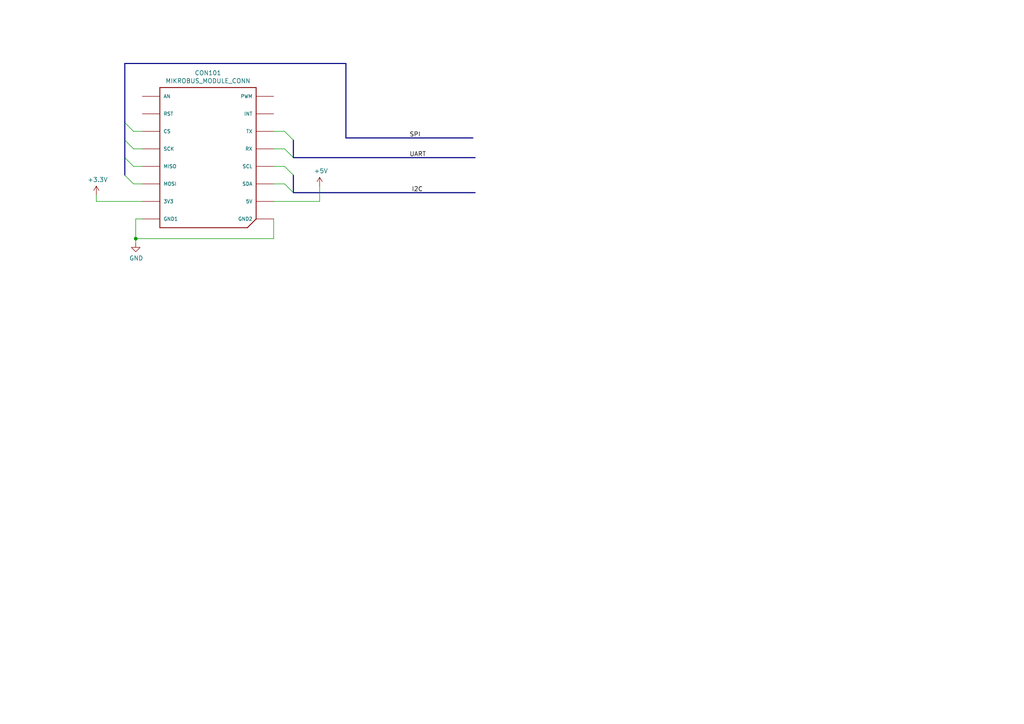
<source format=kicad_sch>
(kicad_sch (version 20250114) (generator "eeschema") (generator_version "9.0")
  (paper "A4")
  (lib_symbols
    (symbol "mikroBUS:MIKROBUS_MODULE_CONN" (pin_numbers (hide yes)) (pin_names (offset 1.016))
      (property "Reference" "CON" (at 10.16 38.1 0))
      (property "Value" "MIKROBUS_MODULE_CONN" (at 2.54 3.81 0))
      (symbol "MIKROBUS_MODULE_CONN_0_0"
        (polyline (pts (xy 0 40.64) (xy 27.94 40.64)) (stroke (width 0.254)))
        (polyline (pts (xy 0 0) (xy 0 40.64)) (stroke (width 0.254)))
        (polyline (pts (xy 25.4 0) (xy 0 0)) (stroke (width 0.254)))
        (polyline (pts (xy 27.94 40.64) (xy 27.94 2.54)) (stroke (width 0.254)))
        (polyline (pts (xy 27.94 2.54) (xy 25.4 0)) (stroke (width 0.254)))
        (pin bidirectional line (at -5.08 38.1 0) (length 5.08) (name "AN") (number "P1"))
        (pin bidirectional line (at -5.08 33.02 0) (length 5.08) (name "RST") (number "P2"))
        (pin bidirectional line (at -5.08 27.94 0) (length 5.08) (name "CS") (number "P3"))
        (pin bidirectional line (at -5.08 22.86 0) (length 5.08) (name "SCK") (number "P4"))
        (pin bidirectional line (at -5.08 17.78 0) (length 5.08) (name "MISO") (number "P5"))
        (pin bidirectional line (at -5.08 12.7 0) (length 5.08) (name "MOSI") (number "P6"))
        (pin power_in line (at -5.08 7.62 0) (length 5.08) (name "3V3") (number "P7"))
        (pin bidirectional line (at -5.08 2.54 0) (length 5.08) (name "GND1") (number "P8"))
        (pin bidirectional line (at 33.02 38.1 180) (length 5.08) (name "PWM") (number "P16"))
        (pin bidirectional line (at 33.02 33.02 180) (length 5.08) (name "INT") (number "P15"))
        (pin bidirectional line (at 33.02 27.94 180) (length 5.08) (name "TX") (number "P14"))
        (pin bidirectional line (at 33.02 22.86 180) (length 5.08) (name "RX") (number "P13"))
        (pin bidirectional line (at 33.02 17.78 180) (length 5.08) (name "SCL") (number "P12"))
        (pin bidirectional line (at 33.02 12.7 180) (length 5.08) (name "SDA") (number "P11"))
        (pin power_in line (at 33.02 7.62 180) (length 5.08) (name "5V") (number "P10"))
        (pin bidirectional line (at 33.02 2.54 180) (length 5.08) (name "GND2") (number "P9"))
      )
    )
    (symbol "power:+3.3V" (power) (pin_numbers (hide yes)) (pin_names (offset 0) (hide yes))
      (property "Value" "+3.3V" (at 0 3.556 0))
      (symbol "+3.3V_0_1"
        (polyline (pts (xy -0.762 1.27) (xy 0 2.54)))
        (polyline (pts (xy 0 2.54) (xy 0.762 1.27)))
        (polyline (pts (xy 0 0) (xy 0 2.54)))
      )
      (symbol "+3.3V_1_1"
        (pin power_in line (at 0 0 90) (length 0) (name "~") (number "1"))
      )
    )
    (symbol "power:+5V" (power) (pin_numbers (hide yes)) (pin_names (offset 0) (hide yes))
      (property "Value" "+5V" (at 0 3.556 0))
      (symbol "+5V_0_1"
        (polyline (pts (xy -0.762 1.27) (xy 0 2.54)))
        (polyline (pts (xy 0 2.54) (xy 0.762 1.27)))
        (polyline (pts (xy 0 0) (xy 0 2.54)))
      )
      (symbol "+5V_1_1"
        (pin power_in line (at 0 0 90) (length 0) (name "~") (number "1"))
      )
    )
    (symbol "power:GND" (power) (pin_numbers (hide yes)) (pin_names (offset 0) (hide yes))
      (property "Value" "GND" (at 0 -3.81 0))
      (symbol "GND_0_1"
        (polyline (pts (xy 0 0) (xy 0 -1.27) (xy 1.27 -1.27) (xy 0 -2.54) (xy -1.27 -1.27) (xy 0 -1.27)))
      )
      (symbol "GND_1_1"
        (pin power_in line (at 0 0 270) (length 0) (name "~") (number "1"))
      )
    )
  )
  (junction (at 39.37 69.215))
  (bus_entry (at 36.195 35.56) (size 2.54 2.54))
  (bus_entry (at 36.195 50.8) (size 2.54 2.54))
  (bus_entry (at 82.55 38.1) (size 2.54 2.54))
  (bus_entry (at 36.195 40.64) (size 2.54 2.54))
  (bus_entry (at 82.55 48.26) (size 2.54 2.54))
  (bus_entry (at 82.55 53.34) (size 2.54 2.54))
  (bus_entry (at 36.195 45.72) (size 2.54 2.54))
  (bus_entry (at 82.55 43.18) (size 2.54 2.54))
  (wire (pts (xy 39.37 69.215) (xy 79.375 69.215)))
  (bus (pts (xy 85.09 40.64) (xy 85.09 45.72)))
  (wire (pts (xy 79.375 43.18) (xy 82.55 43.18)))
  (wire (pts (xy 79.375 48.26) (xy 82.55 48.26)))
  (bus (pts (xy 36.195 40.64) (xy 36.195 45.72)))
  (wire (pts (xy 79.375 38.1) (xy 82.55 38.1)))
  (bus (pts (xy 36.195 18.415) (xy 36.195 35.56)))
  (wire (pts (xy 38.735 48.26) (xy 41.275 48.26)))
  (wire (pts (xy 79.375 53.34) (xy 82.55 53.34)))
  (wire (pts (xy 92.71 58.42) (xy 79.375 58.42)))
  (wire (pts (xy 39.37 63.5) (xy 41.275 63.5)))
  (wire (pts (xy 39.37 69.215) (xy 39.37 63.5)))
  (bus (pts (xy 100.33 18.415) (xy 100.33 40.005)))
  (wire (pts (xy 92.71 53.975) (xy 92.71 58.42)))
  (wire (pts (xy 79.375 69.215) (xy 79.375 63.5)))
  (wire (pts (xy 38.735 53.34) (xy 41.275 53.34)))
  (bus (pts (xy 36.195 45.72) (xy 36.195 50.8)))
  (wire (pts (xy 27.94 56.515) (xy 27.94 58.42)))
  (wire (pts (xy 27.94 58.42) (xy 41.275 58.42)))
  (bus (pts (xy 36.195 35.56) (xy 36.195 40.64)))
  (bus (pts (xy 36.195 18.415) (xy 100.33 18.415)))
  (bus (pts (xy 85.09 50.8) (xy 85.09 55.88)))
  (bus (pts (xy 85.09 55.88) (xy 137.795 55.88)))
  (bus (pts (xy 100.33 40.005) (xy 137.16 40.005)))
  (bus (pts (xy 85.09 45.72) (xy 137.795 45.72)))
  (wire (pts (xy 38.735 38.1) (xy 41.275 38.1)))
  (wire (pts (xy 39.37 70.485) (xy 39.37 69.215)))
  (wire (pts (xy 38.735 43.18) (xy 41.275 43.18)))
  (label "SPI" (at 118.745 40.005 0))
  (label "I2C" (at 119.38 55.88 0))
  (label "UART" (at 118.745 45.72 0))
  (symbol (lib_id "mikroBUS:MIKROBUS_MODULE_CONN") (at 46.355 66.04 0) (unit 1)
    (property "Reference" "CON101" (at 60.325 21.1582 0))
    (property "Value" "MIKROBUS_MODULE_CONN" (at 60.325 23.4696 0))
    (property "Footprint" "mikroBUS:MIKROBUS_MODULE_CONN" (effects (hide yes)))
  )
  (symbol (lib_id "power:GND") (at 39.37 70.485 0) (unit 1)
    (property "Reference" "#PWR0101" (effects (hide yes)))
    (property "Value" "GND" (at 39.497 74.8792 0))
  )
  (symbol (lib_id "power:+5V") (at 92.71 53.975 0) (unit 1)
    (property "Reference" "#PWR0102" (effects (hide yes)))
    (property "Value" "+5V" (at 93.091 49.5808 0))
  )
  (symbol (lib_id "power:+3.3V") (at 27.94 56.515 0) (unit 1)
    (property "Reference" "#PWR0103" (effects (hide yes)))
    (property "Value" "+3.3V" (at 28.321 52.1208 0))
  )
)
</source>
